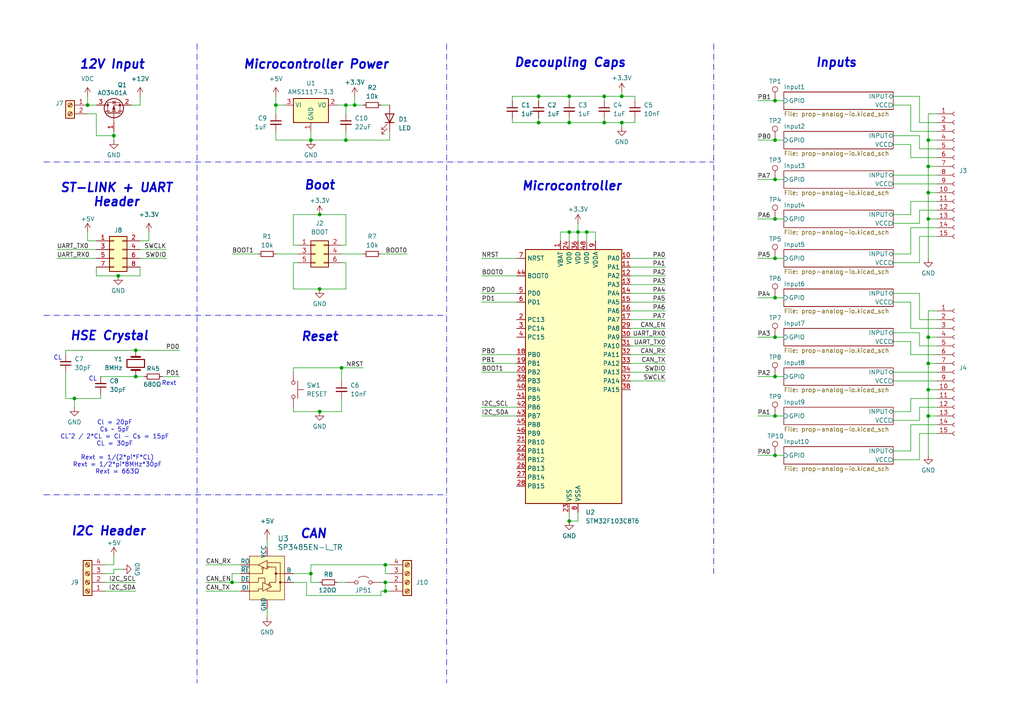
<source format=kicad_sch>
(kicad_sch (version 20231120) (generator "eeschema") (generator_version "8.0")
  (paper "A4")
  (junction (at 224.79 120.65))
  (junction (at 21.59 115.57))
  (junction (at 25.4 30.48))
  (junction (at 224.79 52.07))
  (junction (at 269.24 55.88))
  (junction (at 224.79 63.5))
  (junction (at 180.34 35.56))
  (junction (at 180.34 27.94))
  (junction (at 224.79 97.79))
  (junction (at 269.24 120.65))
  (junction (at 224.79 86.36))
  (junction (at 102.87 30.48))
  (junction (at 100.33 40.64))
  (junction (at 156.21 35.56))
  (junction (at 269.24 48.26))
  (junction (at 92.71 119.38))
  (junction (at 165.1 151.13))
  (junction (at 175.26 35.56))
  (junction (at 39.37 109.22))
  (junction (at 269.24 63.5))
  (junction (at 165.1 27.94))
  (junction (at 111.76 168.91))
  (junction (at 224.79 29.21))
  (junction (at 175.26 27.94))
  (junction (at 111.76 163.83))
  (junction (at 269.24 97.79))
  (junction (at 34.29 80.01))
  (junction (at 224.79 109.22))
  (junction (at 90.17 166.37))
  (junction (at 99.06 106.68))
  (junction (at 90.17 40.64))
  (junction (at 33.02 39.37))
  (junction (at 156.21 27.94))
  (junction (at 67.31 168.91))
  (junction (at 80.01 30.48))
  (junction (at 111.76 171.45))
  (junction (at 165.1 67.31))
  (junction (at 224.79 40.64))
  (junction (at 39.37 101.6))
  (junction (at 269.24 113.03))
  (junction (at 100.33 30.48))
  (junction (at 92.71 62.23))
  (junction (at 269.24 40.64))
  (junction (at 269.24 105.41))
  (junction (at 167.64 67.31))
  (junction (at 165.1 35.56))
  (junction (at 170.18 67.31))
  (junction (at 92.71 83.82))
  (junction (at 224.79 74.93))
  (junction (at 224.79 132.08))
  (wire (pts (xy 175.26 27.94) (xy 180.34 27.94)))
  (wire (pts (xy 139.7 118.11) (xy 149.86 118.11)))
  (wire (pts (xy 266.7 60.96) (xy 271.78 60.96)))
  (wire (pts (xy 264.16 66.04) (xy 271.78 66.04)))
  (wire (pts (xy 167.64 148.59) (xy 167.64 151.13)))
  (wire (pts (xy 259.08 110.49) (xy 271.78 110.49)))
  (wire (pts (xy 102.87 27.94) (xy 102.87 30.48)))
  (wire (pts (xy 182.88 82.55) (xy 193.04 82.55)))
  (wire (pts (xy 99.06 71.12) (xy 100.33 71.12)))
  (wire (pts (xy 92.71 62.23) (xy 85.09 62.23)))
  (wire (pts (xy 180.34 27.94) (xy 180.34 26.67)))
  (wire (pts (xy 264.16 102.87) (xy 271.78 102.87)))
  (wire (pts (xy 111.76 168.91) (xy 113.03 168.91)))
  (wire (pts (xy 77.47 176.53) (xy 77.47 179.07)))
  (wire (pts (xy 110.49 172.72) (xy 110.49 171.45)))
  (wire (pts (xy 167.64 67.31) (xy 167.64 69.85)))
  (wire (pts (xy 184.15 34.29) (xy 184.15 35.56)))
  (wire (pts (xy 266.7 133.35) (xy 266.7 125.73)))
  (wire (pts (xy 182.88 110.49) (xy 193.04 110.49)))
  (wire (pts (xy 259.08 30.48) (xy 264.16 30.48)))
  (wire (pts (xy 224.79 120.65) (xy 219.71 120.65)))
  (wire (pts (xy 182.88 107.95) (xy 193.04 107.95)))
  (wire (pts (xy 67.31 168.91) (xy 69.85 168.91)))
  (wire (pts (xy 165.1 67.31) (xy 167.64 67.31)))
  (polyline (pts (xy 12.7 46.99) (xy 207.01 46.99)) (stroke (width 0) (type dash_dot)))
  (wire (pts (xy 33.02 166.37) (xy 33.02 165.1)))
  (wire (pts (xy 259.08 130.81) (xy 264.16 130.81)))
  (wire (pts (xy 85.09 71.12) (xy 85.09 62.23)))
  (wire (pts (xy 97.79 30.48) (xy 100.33 30.48)))
  (wire (pts (xy 85.09 106.68) (xy 85.09 107.95)))
  (wire (pts (xy 224.79 86.36) (xy 219.71 86.36)))
  (wire (pts (xy 271.78 105.41) (xy 269.24 105.41)))
  (wire (pts (xy 25.4 27.94) (xy 25.4 30.48)))
  (wire (pts (xy 269.24 105.41) (xy 269.24 113.03)))
  (wire (pts (xy 27.94 33.02) (xy 27.94 39.37)))
  (wire (pts (xy 259.08 87.63) (xy 264.16 87.63)))
  (wire (pts (xy 33.02 39.37) (xy 33.02 40.64)))
  (wire (pts (xy 269.24 120.65) (xy 269.24 132.08)))
  (wire (pts (xy 90.17 38.1) (xy 90.17 40.64)))
  (wire (pts (xy 80.01 27.94) (xy 80.01 30.48)))
  (wire (pts (xy 175.26 34.29) (xy 175.26 35.56)))
  (wire (pts (xy 100.33 76.2) (xy 100.33 83.82)))
  (wire (pts (xy 224.79 63.5) (xy 219.71 63.5)))
  (wire (pts (xy 227.33 120.65) (xy 224.79 120.65)))
  (wire (pts (xy 16.51 74.93) (xy 27.94 74.93)))
  (wire (pts (xy 111.76 163.83) (xy 111.76 166.37)))
  (wire (pts (xy 227.33 52.07) (xy 224.79 52.07)))
  (wire (pts (xy 111.76 171.45) (xy 110.49 171.45)))
  (wire (pts (xy 227.33 63.5) (xy 224.79 63.5)))
  (wire (pts (xy 182.88 77.47) (xy 193.04 77.47)))
  (wire (pts (xy 80.01 30.48) (xy 80.01 33.02)))
  (wire (pts (xy 264.16 123.19) (xy 271.78 123.19)))
  (wire (pts (xy 184.15 27.94) (xy 180.34 27.94)))
  (wire (pts (xy 33.02 163.83) (xy 33.02 161.29)))
  (wire (pts (xy 266.7 64.77) (xy 259.08 64.77)))
  (wire (pts (xy 148.59 34.29) (xy 148.59 35.56)))
  (wire (pts (xy 67.31 73.66) (xy 74.93 73.66)))
  (wire (pts (xy 264.16 73.66) (xy 264.16 66.04)))
  (wire (pts (xy 266.7 60.96) (xy 266.7 64.77)))
  (wire (pts (xy 139.7 80.01) (xy 149.86 80.01)))
  (wire (pts (xy 259.08 99.06) (xy 264.16 99.06)))
  (wire (pts (xy 156.21 27.94) (xy 148.59 27.94)))
  (wire (pts (xy 184.15 35.56) (xy 180.34 35.56)))
  (wire (pts (xy 224.79 52.07) (xy 219.71 52.07)))
  (wire (pts (xy 266.7 43.18) (xy 271.78 43.18)))
  (wire (pts (xy 170.18 69.85) (xy 170.18 67.31)))
  (wire (pts (xy 264.16 115.57) (xy 271.78 115.57)))
  (wire (pts (xy 88.9 172.72) (xy 110.49 172.72)))
  (wire (pts (xy 34.29 80.01) (xy 40.64 80.01)))
  (wire (pts (xy 100.33 62.23) (xy 92.71 62.23)))
  (wire (pts (xy 113.03 38.1) (xy 113.03 40.64)))
  (polyline (pts (xy 12.7 91.44) (xy 129.54 91.44)) (stroke (width 0) (type dash_dot)))
  (wire (pts (xy 27.94 77.47) (xy 27.94 80.01)))
  (wire (pts (xy 162.56 67.31) (xy 165.1 67.31)))
  (wire (pts (xy 165.1 27.94) (xy 156.21 27.94)))
  (wire (pts (xy 271.78 90.17) (xy 269.24 90.17)))
  (wire (pts (xy 39.37 109.22) (xy 41.91 109.22)))
  (wire (pts (xy 39.37 101.6) (xy 52.07 101.6)))
  (wire (pts (xy 269.24 90.17) (xy 269.24 97.79)))
  (wire (pts (xy 102.87 30.48) (xy 100.33 30.48)))
  (wire (pts (xy 85.09 83.82) (xy 92.71 83.82)))
  (wire (pts (xy 227.33 97.79) (xy 224.79 97.79)))
  (wire (pts (xy 88.9 168.91) (xy 88.9 172.72)))
  (wire (pts (xy 180.34 35.56) (xy 180.34 36.83)))
  (wire (pts (xy 266.7 96.52) (xy 266.7 100.33)))
  (wire (pts (xy 59.69 171.45) (xy 69.85 171.45)))
  (wire (pts (xy 29.21 114.3) (xy 29.21 115.57)))
  (wire (pts (xy 227.33 40.64) (xy 224.79 40.64)))
  (wire (pts (xy 165.1 148.59) (xy 165.1 151.13)))
  (wire (pts (xy 271.78 120.65) (xy 269.24 120.65)))
  (wire (pts (xy 59.69 168.91) (xy 67.31 168.91)))
  (wire (pts (xy 85.09 76.2) (xy 85.09 83.82)))
  (wire (pts (xy 259.08 73.66) (xy 264.16 73.66)))
  (wire (pts (xy 266.7 118.11) (xy 271.78 118.11)))
  (wire (pts (xy 266.7 125.73) (xy 271.78 125.73)))
  (wire (pts (xy 148.59 27.94) (xy 148.59 29.21)))
  (wire (pts (xy 77.47 156.21) (xy 77.47 158.75)))
  (wire (pts (xy 264.16 30.48) (xy 264.16 38.1)))
  (wire (pts (xy 182.88 95.25) (xy 193.04 95.25)))
  (wire (pts (xy 111.76 168.91) (xy 111.76 171.45)))
  (wire (pts (xy 271.78 33.02) (xy 269.24 33.02)))
  (wire (pts (xy 227.33 132.08) (xy 224.79 132.08)))
  (wire (pts (xy 259.08 39.37) (xy 266.7 39.37)))
  (wire (pts (xy 266.7 85.09) (xy 266.7 92.71)))
  (wire (pts (xy 182.88 105.41) (xy 193.04 105.41)))
  (wire (pts (xy 182.88 100.33) (xy 193.04 100.33)))
  (wire (pts (xy 266.7 76.2) (xy 266.7 68.58)))
  (wire (pts (xy 92.71 168.91) (xy 90.17 168.91)))
  (wire (pts (xy 25.4 30.48) (xy 27.94 30.48)))
  (wire (pts (xy 19.05 115.57) (xy 21.59 115.57)))
  (wire (pts (xy 19.05 101.6) (xy 19.05 102.87)))
  (wire (pts (xy 38.1 30.48) (xy 40.64 30.48)))
  (wire (pts (xy 266.7 121.92) (xy 266.7 118.11)))
  (wire (pts (xy 111.76 166.37) (xy 113.03 166.37)))
  (wire (pts (xy 182.88 74.93) (xy 193.04 74.93)))
  (polyline (pts (xy 129.54 12.7) (xy 129.54 198.12)) (stroke (width 0) (type dash_dot)))
  (wire (pts (xy 259.08 85.09) (xy 266.7 85.09)))
  (wire (pts (xy 82.55 30.48) (xy 80.01 30.48)))
  (wire (pts (xy 259.08 53.34) (xy 271.78 53.34)))
  (wire (pts (xy 99.06 110.49) (xy 99.06 106.68)))
  (wire (pts (xy 110.49 168.91) (xy 111.76 168.91)))
  (wire (pts (xy 139.7 120.65) (xy 149.86 120.65)))
  (wire (pts (xy 227.33 109.22) (xy 224.79 109.22)))
  (wire (pts (xy 16.51 72.39) (xy 27.94 72.39)))
  (wire (pts (xy 266.7 68.58) (xy 271.78 68.58)))
  (wire (pts (xy 224.79 29.21) (xy 227.33 29.21)))
  (wire (pts (xy 139.7 107.95) (xy 149.86 107.95)))
  (wire (pts (xy 259.08 96.52) (xy 266.7 96.52)))
  (wire (pts (xy 30.48 163.83) (xy 33.02 163.83)))
  (wire (pts (xy 172.72 69.85) (xy 172.72 67.31)))
  (wire (pts (xy 139.7 102.87) (xy 149.86 102.87)))
  (wire (pts (xy 219.71 29.21) (xy 224.79 29.21)))
  (wire (pts (xy 266.7 100.33) (xy 271.78 100.33)))
  (wire (pts (xy 259.08 121.92) (xy 266.7 121.92)))
  (wire (pts (xy 21.59 115.57) (xy 21.59 118.11)))
  (wire (pts (xy 269.24 48.26) (xy 271.78 48.26)))
  (wire (pts (xy 25.4 69.85) (xy 27.94 69.85)))
  (wire (pts (xy 85.09 119.38) (xy 92.71 119.38)))
  (wire (pts (xy 269.24 97.79) (xy 269.24 105.41)))
  (wire (pts (xy 266.7 27.94) (xy 259.08 27.94)))
  (wire (pts (xy 111.76 171.45) (xy 113.03 171.45)))
  (wire (pts (xy 27.94 39.37) (xy 33.02 39.37)))
  (wire (pts (xy 175.26 35.56) (xy 180.34 35.56)))
  (wire (pts (xy 33.02 38.1) (xy 33.02 39.37)))
  (wire (pts (xy 85.09 118.11) (xy 85.09 119.38)))
  (wire (pts (xy 100.33 38.1) (xy 100.33 40.64)))
  (wire (pts (xy 113.03 30.48) (xy 110.49 30.48)))
  (wire (pts (xy 99.06 106.68) (xy 85.09 106.68)))
  (wire (pts (xy 99.06 106.68) (xy 105.41 106.68)))
  (wire (pts (xy 25.4 33.02) (xy 27.94 33.02)))
  (wire (pts (xy 148.59 35.56) (xy 156.21 35.56)))
  (wire (pts (xy 167.64 151.13) (xy 165.1 151.13)))
  (wire (pts (xy 266.7 35.56) (xy 271.78 35.56)))
  (wire (pts (xy 264.16 99.06) (xy 264.16 102.87)))
  (wire (pts (xy 182.88 102.87) (xy 193.04 102.87)))
  (wire (pts (xy 165.1 27.94) (xy 165.1 29.21)))
  (wire (pts (xy 269.24 48.26) (xy 269.24 55.88)))
  (wire (pts (xy 19.05 107.95) (xy 19.05 115.57)))
  (wire (pts (xy 85.09 168.91) (xy 88.9 168.91)))
  (wire (pts (xy 85.09 166.37) (xy 90.17 166.37)))
  (wire (pts (xy 33.02 165.1) (xy 35.56 165.1)))
  (wire (pts (xy 269.24 63.5) (xy 271.78 63.5)))
  (wire (pts (xy 29.21 115.57) (xy 21.59 115.57)))
  (wire (pts (xy 264.16 62.23) (xy 264.16 58.42)))
  (wire (pts (xy 86.36 76.2) (xy 85.09 76.2)))
  (wire (pts (xy 264.16 41.91) (xy 264.16 45.72)))
  (wire (pts (xy 172.72 67.31) (xy 170.18 67.31)))
  (wire (pts (xy 175.26 27.94) (xy 165.1 27.94)))
  (wire (pts (xy 227.33 86.36) (xy 224.79 86.36)))
  (wire (pts (xy 271.78 113.03) (xy 269.24 113.03)))
  (wire (pts (xy 264.16 58.42) (xy 271.78 58.42)))
  (wire (pts (xy 46.99 109.22) (xy 52.07 109.22)))
  (wire (pts (xy 259.08 50.8) (xy 271.78 50.8)))
  (wire (pts (xy 40.64 77.47) (xy 40.64 80.01)))
  (wire (pts (xy 86.36 71.12) (xy 85.09 71.12)))
  (wire (pts (xy 182.88 97.79) (xy 193.04 97.79)))
  (wire (pts (xy 156.21 27.94) (xy 156.21 29.21)))
  (wire (pts (xy 264.16 45.72) (xy 271.78 45.72)))
  (wire (pts (xy 266.7 39.37) (xy 266.7 43.18)))
  (wire (pts (xy 175.26 29.21) (xy 175.26 27.94)))
  (wire (pts (xy 170.18 67.31) (xy 167.64 67.31)))
  (wire (pts (xy 30.48 166.37) (xy 33.02 166.37)))
  (wire (pts (xy 182.88 87.63) (xy 193.04 87.63)))
  (wire (pts (xy 224.79 74.93) (xy 219.71 74.93)))
  (wire (pts (xy 259.08 76.2) (xy 266.7 76.2)))
  (wire (pts (xy 264.16 95.25) (xy 271.78 95.25)))
  (wire (pts (xy 259.08 119.38) (xy 264.16 119.38)))
  (wire (pts (xy 69.85 166.37) (xy 67.31 166.37)))
  (wire (pts (xy 139.7 105.41) (xy 149.86 105.41)))
  (wire (pts (xy 48.26 72.39) (xy 40.64 72.39)))
  (wire (pts (xy 29.21 109.22) (xy 39.37 109.22)))
  (wire (pts (xy 113.03 40.64) (xy 100.33 40.64)))
  (wire (pts (xy 269.24 113.03) (xy 269.24 120.65)))
  (wire (pts (xy 182.88 85.09) (xy 193.04 85.09)))
  (wire (pts (xy 259.08 133.35) (xy 266.7 133.35)))
  (wire (pts (xy 269.24 40.64) (xy 269.24 48.26)))
  (wire (pts (xy 99.06 115.57) (xy 99.06 119.38)))
  (wire (pts (xy 48.26 74.93) (xy 40.64 74.93)))
  (wire (pts (xy 266.7 92.71) (xy 271.78 92.71)))
  (wire (pts (xy 227.33 74.93) (xy 224.79 74.93)))
  (wire (pts (xy 25.4 69.85) (xy 25.4 67.31)))
  (wire (pts (xy 224.79 97.79) (xy 219.71 97.79)))
  (wire (pts (xy 269.24 55.88) (xy 269.24 63.5)))
  (wire (pts (xy 27.94 80.01) (xy 34.29 80.01)))
  (wire (pts (xy 90.17 166.37) (xy 90.17 163.83)))
  (wire (pts (xy 264.16 130.81) (xy 264.16 123.19)))
  (wire (pts (xy 224.79 109.22) (xy 219.71 109.22)))
  (wire (pts (xy 59.69 163.83) (xy 69.85 163.83)))
  (wire (pts (xy 162.56 69.85) (xy 162.56 67.31)))
  (wire (pts (xy 99.06 119.38) (xy 92.71 119.38)))
  (wire (pts (xy 90.17 168.91) (xy 90.17 166.37)))
  (wire (pts (xy 67.31 166.37) (xy 67.31 168.91)))
  (wire (pts (xy 269.24 55.88) (xy 271.78 55.88)))
  (wire (pts (xy 269.24 63.5) (xy 269.24 74.93)))
  (wire (pts (xy 266.7 27.94) (xy 266.7 35.56)))
  (wire (pts (xy 102.87 30.48) (xy 105.41 30.48)))
  (wire (pts (xy 182.88 92.71) (xy 193.04 92.71)))
  (wire (pts (xy 110.49 73.66) (xy 118.11 73.66)))
  (wire (pts (xy 40.64 69.85) (xy 43.18 69.85)))
  (polyline (pts (xy 207.01 12.7) (xy 207.01 166.37)) (stroke (width 0) (type dash_dot)))
  (wire (pts (xy 224.79 40.64) (xy 219.71 40.64)))
  (wire (pts (xy 90.17 163.83) (xy 111.76 163.83)))
  (wire (pts (xy 224.79 132.08) (xy 219.71 132.08)))
  (wire (pts (xy 99.06 73.66) (xy 105.41 73.66)))
  (wire (pts (xy 259.08 41.91) (xy 264.16 41.91)))
  (polyline (pts (xy 12.7 143.51) (xy 129.54 143.51)) (stroke (width 0) (type dash_dot)))
  (wire (pts (xy 165.1 35.56) (xy 175.26 35.56)))
  (wire (pts (xy 264.16 87.63) (xy 264.16 95.25)))
  (wire (pts (xy 184.15 29.21) (xy 184.15 27.94)))
  (wire (pts (xy 40.64 30.48) (xy 40.64 27.94)))
  (wire (pts (xy 43.18 69.85) (xy 43.18 67.31)))
  (wire (pts (xy 182.88 90.17) (xy 193.04 90.17)))
  (wire (pts (xy 156.21 34.29) (xy 156.21 35.56)))
  (wire (pts (xy 167.64 67.31) (xy 167.64 64.77)))
  (wire (pts (xy 264.16 38.1) (xy 271.78 38.1)))
  (wire (pts (xy 271.78 97.79) (xy 269.24 97.79)))
  (wire (pts (xy 80.01 40.64) (xy 90.17 40.64)))
  (wire (pts (xy 259.08 107.95) (xy 271.78 107.95)))
  (wire (pts (xy 182.88 80.01) (xy 193.04 80.01)))
  (wire (pts (xy 139.7 85.09) (xy 149.86 85.09)))
  (wire (pts (xy 100.33 40.64) (xy 90.17 40.64)))
  (wire (pts (xy 80.01 73.66) (xy 86.36 73.66)))
  (wire (pts (xy 30.48 168.91) (xy 39.37 168.91)))
  (wire (pts (xy 165.1 69.85) (xy 165.1 67.31)))
  (wire (pts (xy 80.01 38.1) (xy 80.01 40.64)))
  (polyline (pts (xy 57.15 12.7) (xy 57.15 198.12)) (stroke (width 0) (type dash_dot)))
  (wire (pts (xy 269.24 33.02) (xy 269.24 40.64)))
  (wire (pts (xy 269.24 40.64) (xy 271.78 40.64)))
  (wire (pts (xy 30.48 171.45) (xy 39.37 171.45)))
  (wire (pts (xy 100.33 76.2) (xy 99.06 76.2)))
  (wire (pts (xy 97.79 168.91) (xy 100.33 168.91)))
  (wire (pts (xy 100.33 30.48) (xy 100.33 33.02)))
  (wire (pts (xy 139.7 87.63) (xy 149.86 87.63)))
  (wire (pts (xy 259.08 62.23) (xy 264.16 62.23)))
  (wire (pts (xy 156.21 35.56) (xy 165.1 35.56)))
  (wire (pts (xy 264.16 119.38) (xy 264.16 115.57)))
  (wire (pts (xy 39.37 101.6) (xy 19.05 101.6)))
  (wire (pts (xy 100.33 71.12) (xy 100.33 62.23)))
  (wire (pts (xy 100.33 83.82) (xy 92.71 83.82)))
  (wire (pts (xy 139.7 74.93) (xy 149.86 74.93)))
  (wire (pts (xy 165.1 34.29) (xy 165.1 35.56)))
  (wire (pts (xy 111.76 163.83) (xy 113.03 163.83)))
  (text "CAN" (at 90.932 154.94 0) (effects (font (size 2.54 2.54) (thickness 0.508) (bold yes) (italic yes))))
  (text "HSE Crystal" (at 31.75 97.536 0) (effects (font (size 2.54 2.54) (thickness 0.508) (bold yes) (italic yes))))
  (text "Boot" (at 92.71 53.848 0) (effects (font (size 2.54 2.54) (thickness 0.508) (bold yes) (italic yes))))
  (text "Cl = 20pF\nCs ~ 5pF\nCL^2 / 2*CL = Cl - Cs = 15pF\nCL = 30pF" (at 33.274 125.73 0) (effects (font (size 1.27 1.27))))
  (text "CL" (at 26.924 109.982 0) (effects (font (size 1.27 1.27))))
  (text "Rext" (at 49.022 111.252 0) (effects (font (size 1.27 1.27))))
  (text "CL" (at 16.764 103.886 0) (effects (font (size 1.27 1.27))))
  (text "12V Input" (at 32.512 18.796 0) (effects (font (size 2.54 2.54) (thickness 0.508) (bold yes) (italic yes))))
  (text "Inputs" (at 242.57 18.288 0) (effects (font (size 2.54 2.54) (thickness 0.508) (bold yes) (italic yes))))
  (text "ST-LINK + UART\nHeader" (at 33.782 56.642 0) (effects (font (size 2.54 2.54) (thickness 0.508) (bold yes) (italic yes))))
  (text "Microcontroller" (at 165.862 54.102 0) (effects (font (size 2.54 2.54) (thickness 0.508) (bold yes) (italic yes))))
  (text "Reset" (at 92.71 97.79 0) (effects (font (size 2.54 2.54) (thickness 0.508) (bold yes) (italic yes))))
  (text "I2C Header" (at 31.496 154.178 0) (effects (font (size 2.54 2.54) (thickness 0.508) (bold yes) (italic yes))))
  (text "Microcontroller Power" (at 91.694 18.796 0) (effects (font (size 2.54 2.54) (thickness 0.508) (bold yes) (italic yes))))
  (text "Decoupling Caps" (at 165.354 18.288 0) (effects (font (size 2.54 2.54) (thickness 0.508) (bold yes) (italic yes))))
  (text "Rext = 1/(2*pi*F*CL)\nRext = 1/2*pi*8MHz*30pF\nRext = 663Ω" (at 34.036 134.874 0) (effects (font (size 1.27 1.27))))
  (label "I2C_SCL" (at 139.7 118.11 0))
  (label "UART_TX0" (at 16.51 72.39 0))
  (label "PB1" (at 219.71 29.21 0))
  (label "SWCLK" (at 48.26 72.39 180))
  (label "PA7" (at 219.71 52.07 0))
  (label "PA6" (at 219.71 63.5 0))
  (label "I2C_SCL" (at 39.37 168.91 180))
  (label "PA2" (at 193.04 80.01 180))
  (label "CAN_TX" (at 59.69 171.45 0))
  (label "CAN_TX" (at 193.04 105.41 180))
  (label "BOOT0" (at 118.11 73.66 180))
  (label "SWDIO" (at 48.26 74.93 180))
  (label "PA0" (at 193.04 74.93 180))
  (label "I2C_SDA" (at 39.37 171.45 180))
  (label "PB1" (at 139.7 105.41 0))
  (label "PA6" (at 193.04 90.17 180))
  (label "NRST" (at 139.7 74.93 0))
  (label "PB0" (at 139.7 102.87 0))
  (label "CAN_EN" (at 193.04 95.25 180))
  (label "BOOT1" (at 139.7 107.95 0))
  (label "PA5" (at 219.71 74.93 0))
  (label "PA1" (at 219.71 120.65 0))
  (label "NRST" (at 105.41 106.68 180))
  (label "UART_RX0" (at 16.51 74.93 0))
  (label "PA5" (at 193.04 87.63 180))
  (label "PD0" (at 52.07 101.6 180))
  (label "UART_RX0" (at 193.04 97.79 180))
  (label "PA1" (at 193.04 77.47 180))
  (label "PD1" (at 139.7 87.63 0))
  (label "SWCLK" (at 193.04 110.49 180))
  (label "PD0" (at 139.7 85.09 0))
  (label "PA2" (at 219.71 109.22 0))
  (label "PA4" (at 193.04 85.09 180))
  (label "PA7" (at 193.04 92.71 180))
  (label "CAN_RX" (at 59.69 163.83 0))
  (label "PA4" (at 219.71 86.36 0))
  (label "PA0" (at 219.71 132.08 0))
  (label "I2C_SDA" (at 139.7 120.65 0))
  (label "PA3" (at 219.71 97.79 0))
  (label "CAN_RX" (at 193.04 102.87 180))
  (label "BOOT1" (at 67.31 73.66 0))
  (label "SWDIO" (at 193.04 107.95 180))
  (label "UART_TX0" (at 193.04 100.33 180))
  (label "PD1" (at 52.07 109.22 180))
  (label "CAN_EN" (at 59.69 168.91 0))
  (label "PB0" (at 219.71 40.64 0))
  (label "PA3" (at 193.04 82.55 180))
  (label "BOOT0" (at 139.7 80.01 0))
  (symbol (lib_id "Device:C_Small") (at 19.05 105.41 180) (unit 1)
    (property "Reference" "C7" (at 21.59 104.1335 0) (effects (justify right)))
    (property "Value" "30pF" (at 21.59 106.6735 0) (effects (justify right)))
    (property "Footprint" "Capacitor_SMD:C_0603_1608Metric" (effects (hide yes)))
    (property "Datasheet" "https://wmsc.lcsc.com/wmsc/upload/file/pdf/v2/lcsc/2304140030_FH--Guangdong-Fenghua-Advanced-Tech-0603CG300J500NT_C1658.pdf" (effects (hide yes)))
    (property "Description" "50V 30pF C0G ±5% 0603 Multilayer Ceramic Capacitors MLCC - SMD/SMT ROHS" (effects (hide yes)))
    (property "JLCPCB" "C1658" (effects (hide yes)))
  )
  (symbol (lib_id "power:VDC") (at 25.4 27.94 0) (unit 1)
    (property "Reference" "#PWR048" (effects (hide yes)))
    (property "Value" "VDC" (at 25.4 22.86 0))
    (property "Description" "Power symbol creates a global label with name \"VDC\"" (effects (hide yes)))
  )
  (symbol (lib_id "power:+3.3V") (at 180.34 26.67 0) (unit 1)
    (property "Reference" "#PWR02" (effects (hide yes)))
    (property "Value" "+3.3V" (at 180.34 22.606 0))
    (property "Description" "Power symbol creates a global label with name \"+3.3V\"" (effects (hide yes)))
  )
  (symbol (lib_id "power:GND") (at 35.56 165.1 90) (unit 1)
    (property "Reference" "#PWR052" (effects (hide yes)))
    (property "Value" "GND" (at 39.878 165.1 0))
    (property "Description" "Power symbol creates a global label with name \"GND\" , ground" (effects (hide yes)))
  )
  (symbol (lib_id "Device:C_Small") (at 175.26 31.75 0) (unit 1)
    (property "Reference" "C4" (at 177.8 30.4862 0) (effects (justify left)))
    (property "Value" "1uF" (at 177.8 33.0262 0) (effects (justify left)))
    (property "Footprint" "Capacitor_SMD:C_0402_1005Metric" (effects (hide yes)))
    (property "Datasheet" "https://wmsc.lcsc.com/wmsc/upload/file/pdf/v2/lcsc/2304140030_Samsung-Electro-Mechanics-CL05A105KA5NQNC_C52923.pdf" (effects (hide yes)))
    (property "Description" "25V 1uF X5R ±10% 0402 Multilayer Ceramic Capacitors MLCC - SMD/SMT ROHS" (effects (hide yes)))
    (property "JLCPCB" "C52923" (effects (hide yes)))
  )
  (symbol (lib_id "power:+5V") (at 33.02 161.29 0) (unit 1)
    (property "Reference" "#PWR051" (effects (hide yes)))
    (property "Value" "+5V" (at 33.02 157.48 0))
    (property "Description" "Power symbol creates a global label with name \"+5V\"" (effects (hide yes)))
  )
  (symbol (lib_id "dk_Interface-Drivers-Receivers-Transceivers:SP3485EN-L_TR") (at 77.47 161.29 0) (unit 1)
    (property "Reference" "U3" (at 80.4865 156.21 0) (effects (font (size 1.524 1.524)) (justify left)))
    (property "Value" "SP3485EN-L_TR" (at 80.4865 158.75 0) (effects (font (size 1.524 1.524)) (justify left)))
    (property "Footprint" "digikey-footprints:SOIC-8_W3.9mm" (effects (hide yes)))
    (property "Datasheet" "https://www.mouser.com/datasheet/2/146/sp3485-1816391.pdf" (effects (hide yes)))
    (property "Description" "IC TXRX RS485 HALF DUPLEX 8SOIC" (effects (hide yes)))
    (property "Digi-Key_PN" "1016-1817-1-ND" (effects (hide yes)))
    (property "MPN" "SP3485EN-L/TR" (effects (hide yes)))
    (property "Category" "Integrated Circuits (ICs)" (effects (hide yes)))
    (property "Family" "Interface - Drivers, Receivers, Transceivers" (effects (hide yes)))
    (property "DK_Datasheet_Link" "https://www.maxlinear.com/document?id=639" (effects (hide yes)))
    (property "DK_Detail_Page" "/product-detail/en/maxlinear-inc/SP3485EN-L-TR/1016-1817-1-ND/3586534" (effects (hide yes)))
    (property "Description_1" "IC TXRX RS485 HALF DUPLEX 8SOIC" (effects (hide yes)))
    (property "Manufacturer" "MaxLinear, Inc." (effects (hide yes)))
    (property "Status" "Active" (effects (hide yes)))
    (property "JLCPCB" "C8963" (effects (hide yes)))
  )
  (symbol (lib_id "Regulator_Linear:AMS1117-3.3") (at 90.17 30.48 0) (unit 1)
    (property "Reference" "U1" (at 90.17 24.13 0))
    (property "Value" "AMS1117-3.3" (at 90.17 26.67 0))
    (property "Footprint" "Package_TO_SOT_SMD:SOT-223-3_TabPin2" (effects (hide yes)))
    (property "Datasheet" "http://www.advanced-monolithic.com/pdf/ds1117.pdf" (effects (hide yes)))
    (property "Description" "1A Low Dropout regulator, positive, 3.3V fixed output, SOT-223" (effects (hide yes)))
    (property "JLCPCB" "C6186" (effects (hide yes)))
  )
  (symbol (lib_id "Device:R_Small") (at 107.95 30.48 90) (mirror x) (unit 1)
    (property "Reference" "R2" (at 107.95 25.4 90))
    (property "Value" "10k" (at 107.95 27.94 90))
    (property "Footprint" "Resistor_SMD:R_0603_1608Metric" (effects (hide yes)))
    (property "Datasheet" "https://wmsc.lcsc.com/wmsc/upload/file/pdf/v2/lcsc/2206010045_UNI-ROYAL-Uniroyal-Elec-0603WAF1002T5E_C25804.pdf" (effects (hide yes)))
    (property "Description" "100mW Thick Film Resistors 75V ±100ppm/℃ ±1% 10kΩ 0603 Chip Resistor - Surface Mount ROHS" (effects (hide yes)))
    (property "JLCPCB" "C25804" (effects (hide yes)))
  )
  (symbol (lib_id "power:+3.3V") (at 167.64 64.77 0) (unit 1)
    (property "Reference" "#PWR03" (effects (hide yes)))
    (property "Value" "+3.3V" (at 167.64 60.706 0))
    (property "Description" "Power symbol creates a global label with name \"+3.3V\"" (effects (hide yes)))
  )
  (symbol (lib_id "Connector:TestPoint") (at 224.79 86.36 0) (unit 1) (in_bom no)
    (property "Reference" "TP6" (at 223.012 80.772 0) (effects (justify left)))
    (property "Value" "TestPoint" (effects (hide yes)))
    (property "Footprint" "TestPoint:TestPoint_Pad_1.0x1.0mm" (effects (hide yes)))
    (property "Description" "test point" (effects (hide yes)))
  )
  (symbol (lib_id "Device:R_Small") (at 95.25 168.91 270) (unit 1)
    (property "Reference" "R8" (at 95.25 166.624 90))
    (property "Value" "120Ω" (at 94.996 171.196 90))
    (property "Footprint" "Resistor_SMD:R_0402_1005Metric" (effects (hide yes)))
    (property "Datasheet" "https://wmsc.lcsc.com/wmsc/upload/file/pdf/v2/lcsc/2205311900_UNI-ROYAL-Uniroyal-Elec-0402WGF1200TCE_C25079.pdf" (effects (hide yes)))
    (property "Description" "62.5mW Thick Film Resistors 50V ±100ppm/℃ ±1% 120Ω 0402 Chip Resistor - Surface Mount ROHS" (effects (hide yes)))
    (property "JLCPCB" "C25079" (effects (hide yes)))
  )
  (symbol (lib_id "power:+12V") (at 40.64 27.94 0) (unit 1)
    (property "Reference" "#PWR047" (effects (hide yes)))
    (property "Value" "+12V" (at 40.64 22.86 0))
    (property "Description" "Power symbol creates a global label with name \"+12V\"" (effects (hide yes)))
  )
  (symbol (lib_id "Device:Crystal") (at 39.37 105.41 270) (mirror x) (unit 1)
    (property "Reference" "Y1" (at 35.56 104.1399 90) (effects (justify right)))
    (property "Value" "8MHz" (at 35.56 106.6799 90) (effects (justify right)))
    (property "Footprint" "footprints:CRYSTAL-SMD_L5.0-W3.2" (effects (hide yes)))
    (property "Datasheet" "https://wmsc.lcsc.com/wmsc/upload/file/pdf/v2/lcsc/2403291504_YXC-X50328MSB2GI_C115962.pdf" (effects (hide yes)))
    (property "Description" "8MHz Surface mount crystal oscillator 20pF ±10ppm ±20ppm SMD5032 Crystals ROHS" (effects (hide yes)))
    (property "JLCPCB" "C115962" (effects (hide yes)))
  )
  (symbol (lib_id "power:GND") (at 90.17 40.64 0) (unit 1)
    (property "Reference" "#PWR013" (effects (hide yes)))
    (property "Value" "GND" (at 90.17 44.958 0))
    (property "Description" "Power symbol creates a global label with name \"GND\" , ground" (effects (hide yes)))
  )
  (symbol (lib_id "Device:C_Small") (at 148.59 31.75 0) (unit 1)
    (property "Reference" "C1" (at 151.13 30.4862 0) (effects (justify left)))
    (property "Value" "1uF" (at 151.13 33.0262 0) (effects (justify left)))
    (property "Footprint" "Capacitor_SMD:C_0402_1005Metric" (effects (hide yes)))
    (property "Datasheet" "https://wmsc.lcsc.com/wmsc/upload/file/pdf/v2/lcsc/2304140030_Samsung-Electro-Mechanics-CL05A105KA5NQNC_C52923.pdf" (effects (hide yes)))
    (property "Description" "25V 1uF X5R ±10% 0402 Multilayer Ceramic Capacitors MLCC - SMD/SMT ROHS" (effects (hide yes)))
    (property "JLCPCB" "C52923" (effects (hide yes)))
  )
  (symbol (lib_id "Device:C_Small") (at 156.21 31.75 0) (unit 1)
    (property "Reference" "C2" (at 158.75 30.4862 0) (effects (justify left)))
    (property "Value" "1uF" (at 158.75 33.0262 0) (effects (justify left)))
    (property "Footprint" "Capacitor_SMD:C_0402_1005Metric" (effects (hide yes)))
    (property "Datasheet" "https://wmsc.lcsc.com/wmsc/upload/file/pdf/v2/lcsc/2304140030_Samsung-Electro-Mechanics-CL05A105KA5NQNC_C52923.pdf" (effects (hide yes)))
    (property "Description" "25V 1uF X5R ±10% 0402 Multilayer Ceramic Capacitors MLCC - SMD/SMT ROHS" (effects (hide yes)))
    (property "JLCPCB" "C52923" (effects (hide yes)))
  )
  (symbol (lib_id "Connector:TestPoint") (at 224.79 52.07 0) (unit 1) (in_bom no)
    (property "Reference" "TP3" (at 223.012 46.482 0) (effects (justify left)))
    (property "Value" "TestPoint" (effects (hide yes)))
    (property "Footprint" "TestPoint:TestPoint_Pad_1.0x1.0mm" (effects (hide yes)))
    (property "Description" "test point" (effects (hide yes)))
  )
  (symbol (lib_id "Device:LED") (at 113.03 34.29 270) (mirror x) (unit 1)
    (property "Reference" "D1" (at 115.57 34.6074 90) (effects (justify left)))
    (property "Value" "LED" (at 115.57 37.1474 90) (effects (justify left)))
    (property "Footprint" "LED_SMD:LED_0603_1608Metric" (effects (hide yes)))
    (property "Datasheet" "https://wmsc.lcsc.com/wmsc/upload/file/pdf/v2/lcsc/1810231112_Hubei-KENTO-Elec-KT-0603R_C2286.pdf" (effects (hide yes)))
    (property "Description" "-40℃~+85℃ Red 0603 Light Emitting Diodes (LED) ROHS" (effects (hide yes)))
    (property "JLCPCB" "C2286" (effects (hide yes)))
  )
  (symbol (lib_id "Laplacier-Connectors:691137710002") (at 20.32 30.48 0) (mirror y) (unit 1) (in_bom no)
    (property "Reference" "J7" (at 17.272 29.972 0))
    (property "Value" "XY301V-A-5.0-2P" (effects (hide yes)))
    (property "Footprint" "footprints:TerminalBlock_Wuerth_691137710002_P5.0mm" (effects (hide yes)))
    (property "Datasheet" "https://wmsc.lcsc.com/wmsc/upload/file/pdf/v2/lcsc/2304140030_Ningbo-Xinlaiya-Elec--XY301V-A-5-0-2P_C557651.pdf" (effects (hide yes)))
    (property "Description" "1x2P 15A 300V Blue 14~22 Straight 5mm 1.5 1 2 Plugin,P=5mm Screw terminal ROHS" (effects (hide yes)))
    (property "JLCPCB" "C557651" (effects (hide yes)))
    (property "Manufacturer" "Ningbo Xinlaiya Elec." (effects (hide yes)))
    (property "Part" "XY301V-A-5.0-2P" (effects (hide yes)))
  )
  (symbol (lib_id "Connector:TestPoint") (at 224.79 132.08 0) (unit 1) (in_bom no)
    (property "Reference" "TP10" (at 222.504 126.492 0) (effects (justify left)))
    (property "Value" "TestPoint" (effects (hide yes)))
    (property "Footprint" "TestPoint:TestPoint_Pad_1.0x1.0mm" (effects (hide yes)))
    (property "Description" "test point" (effects (hide yes)))
  )
  (symbol (lib_id "Connector:TestPoint") (at 224.79 120.65 0) (unit 1) (in_bom no)
    (property "Reference" "TP9" (at 223.012 115.062 0) (effects (justify left)))
    (property "Value" "TestPoint" (effects (hide yes)))
    (property "Footprint" "TestPoint:TestPoint_Pad_1.0x1.0mm" (effects (hide yes)))
    (property "Description" "test point" (effects (hide yes)))
  )
  (symbol (lib_id "Device:C_Small") (at 99.06 113.03 0) (unit 1)
    (property "Reference" "C6" (at 101.6 111.7662 0) (effects (justify left)))
    (property "Value" "10nF" (at 101.6 114.3062 0) (effects (justify left)))
    (property "Footprint" "Capacitor_SMD:C_0402_1005Metric" (effects (hide yes)))
    (property "Datasheet" "https://wmsc.lcsc.com/wmsc/upload/file/pdf/v2/lcsc/2304140030_Samsung-Electro-Mechanics-CL05B103KB5NNNC_C15195.pdf" (effects (hide yes)))
    (property "Description" "50V 10nF X7R ±10% 0402 Multilayer Ceramic Capacitors MLCC - SMD/SMT ROHS" (effects (hide yes)))
    (property "JLCPCB" "C15195" (effects (hide yes)))
    (property "Manufacturer" "Samsung Electro-Mechanics" (effects (hide yes)))
  )
  (symbol (lib_id "Device:C_Small") (at 100.33 35.56 0) (unit 1)
    (property "Reference" "C10" (at 102.87 34.2962 0) (effects (justify left)))
    (property "Value" "22uF" (at 102.87 36.8362 0) (effects (justify left)))
    (property "Footprint" "Capacitor_SMD:C_1206_3216Metric" (effects (hide yes)))
    (property "Datasheet" "https://wmsc.lcsc.com/wmsc/upload/file/pdf/v2/lcsc/2304140030_Samsung-Electro-Mechanics-CL31A226KAHNNNE_C12891.pdf" (effects (hide yes)))
    (property "Description" "25V 22uF X5R ±10% 1206 Multilayer Ceramic Capacitors MLCC - SMD/SMT ROHS" (effects (hide yes)))
    (property "JLCPCB" "C12891" (effects (hide yes)))
  )
  (symbol (lib_id "power:GND") (at 269.24 74.93 0) (unit 1)
    (property "Reference" "#PWR01" (effects (hide yes)))
    (property "Value" "GND" (at 269.24 79.248 0))
    (property "Description" "Power symbol creates a global label with name \"GND\" , ground" (effects (hide yes)))
  )
  (symbol (lib_id "power:+5V") (at 77.47 156.21 0) (unit 1)
    (property "Reference" "#PWR050" (effects (hide yes)))
    (property "Value" "+5V" (at 77.47 151.13 0))
    (property "Description" "Power symbol creates a global label with name \"+5V\"" (effects (hide yes)))
  )
  (symbol (lib_id "Connector:TestPoint") (at 224.79 74.93 0) (unit 1) (in_bom no)
    (property "Reference" "TP5" (at 223.012 69.342 0) (effects (justify left)))
    (property "Value" "TestPoint" (effects (hide yes)))
    (property "Footprint" "TestPoint:TestPoint_Pad_1.0x1.0mm" (effects (hide yes)))
    (property "Description" "test point" (effects (hide yes)))
  )
  (symbol (lib_id "MCU_ST_STM32F1:STM32F103C8Tx") (at 165.1 110.49 0) (unit 1)
    (property "Reference" "U2" (at 169.8341 148.59 0) (effects (justify left)))
    (property "Value" "STM32F103C8T6" (at 169.8341 151.13 0) (effects (justify left)))
    (property "Footprint" "Package_QFP:LQFP-48_7x7mm_P0.5mm" (effects (hide yes)))
    (property "Datasheet" "https://www.st.com/resource/en/datasheet/stm32f103c8.pdf" (effects (hide yes)))
    (property "Description" "STMicroelectronics Arm Cortex-M3 MCU, 64KB flash, 20KB RAM, 72 MHz, 2.0-3.6V, 37 GPIO, LQFP48" (effects (hide yes)))
    (property "JLCPCB" "C8734" (effects (hide yes)))
  )
  (symbol (lib_id "Device:C_Small") (at 29.21 111.76 180) (unit 1)
    (property "Reference" "C8" (at 31.75 110.4835 0) (effects (justify right)))
    (property "Value" "30pF" (at 31.75 113.0235 0) (effects (justify right)))
    (property "Footprint" "Capacitor_SMD:C_0603_1608Metric" (effects (hide yes)))
    (property "Datasheet" "https://wmsc.lcsc.com/wmsc/upload/file/pdf/v2/lcsc/2304140030_FH--Guangdong-Fenghua-Advanced-Tech-0603CG300J500NT_C1658.pdf" (effects (hide yes)))
    (property "Description" "50V 30pF C0G ±5% 0603 Multilayer Ceramic Capacitors MLCC - SMD/SMT ROHS" (effects (hide yes)))
    (property "JLCPCB" "C1658" (effects (hide yes)))
  )
  (symbol (lib_id "power:+5V") (at 80.01 27.94 0) (unit 1)
    (property "Reference" "#PWR08" (effects (hide yes)))
    (property "Value" "+5V" (at 80.01 22.86 0))
    (property "Description" "Power symbol creates a global label with name \"+5V\"" (effects (hide yes)))
  )
  (symbol (lib_id "power:GND") (at 92.71 83.82 0) (unit 1)
    (property "Reference" "#PWR017" (effects (hide yes)))
    (property "Value" "GND" (at 92.71 88.138 0))
    (property "Description" "Power symbol creates a global label with name \"GND\" , ground" (effects (hide yes)))
  )
  (symbol (lib_id "Connector:Screw_Terminal_01x15") (at 334.01 55.88 0) (unit 1) (in_bom no) (on_board no) (dnp yes)
    (property "Reference" "J6" (at 336.55 54.6099 0) (effects (justify left)))
    (property "Value" "Screw_Terminal_01x15" (at 336.55 57.1499 0) (effects (justify left)))
    (property "Datasheet" "https://wmsc.lcsc.com/wmsc/upload/file/pdf/v2/lcsc/2309150911_MAX-MX15EDGK-3-81-15P-GN01-Cu-Y-A_C5188124.pdf" (effects (hide yes)))
    (property "Description" "Generic screw terminal, single row, 01x15, script generated (kicad-library-utils/schlib/autogen/connector/)" (effects (hide yes)))
    (property "Manufacturer" "CIXI MAIXU" (effects (hide yes)))
    (property "JLCPCB" "C5188124" (effects (hide yes)))
  )
  (symbol (lib_id "Connector:Conn_01x15_Socket") (at 276.86 107.95 0) (unit 1)
    (property "Reference" "J4" (at 278.13 106.6799 0) (effects (justify left)))
    (property "Value" "Conn_01x15_Socket" (effects (hide yes)))
    (property "Footprint" "footprints:MAX_MX15EDGRC_15P_P3.81_Horizontal" (effects (hide yes)))
    (property "Description" "Generic connector, single row, 01x15, script generated" (effects (hide yes)))
    (property "Manufacturer" "MAX" (effects (hide yes)))
    (property "JLCPCB" "C5188170" (effects (hide yes)))
  )
  (symbol (lib_id "Transistor_FET:AO3401A") (at 33.02 33.02 90) (unit 1)
    (property "Reference" "Q1" (at 36.83 24.6379 90) (effects (justify left)))
    (property "Value" "AO3401A" (at 36.83 26.924 90) (effects (justify left)))
    (property "Footprint" "Package_TO_SOT_SMD:SOT-23" (effects (hide yes)))
    (property "Datasheet" "http://www.aosmd.com/pdfs/datasheet/AO3401A.pdf" (effects (hide yes)))
    (property "Description" "-4.0A Id, -30V Vds, P-Channel MOSFET, SOT-23" (effects (hide yes)))
    (property "JLCPCB" "C15127" (effects (hide yes)))
    (property "Manufacturer" "Alpha & Omega Semicon" (effects (hide yes)))
    (property "Part" "AO3401A" (effects (hide yes)))
  )
  (symbol (lib_id "Connector_Generic:Conn_02x03_Odd_Even") (at 91.44 73.66 0) (unit 1)
    (property "Reference" "J2" (at 92.71 64.77 0))
    (property "Value" "BOOT" (at 92.71 67.31 0))
    (property "Footprint" "Connector_PinHeader_2.54mm:PinHeader_2x03_P2.54mm_Vertical" (effects (hide yes)))
    (property "Description" "Generic connector, double row, 02x03, odd/even pin numbering scheme (row 1 odd numbers, row 2 even numbers), script generated (kicad-library-utils/schlib/autogen/connector/)" (effects (hide yes)))
  )
  (symbol (lib_id "power:+3.3V") (at 102.87 27.94 0) (unit 1)
    (property "Reference" "#PWR09" (effects (hide yes)))
    (property "Value" "+3.3V" (at 102.87 23.876 0))
    (property "Description" "Power symbol creates a global label with name \"+3.3V\"" (effects (hide yes)))
  )
  (symbol (lib_id "Connector:TestPoint") (at 224.79 63.5 0) (unit 1) (in_bom no)
    (property "Reference" "TP4" (at 223.012 57.912 0) (effects (justify left)))
    (property "Value" "TestPoint" (effects (hide yes)))
    (property "Footprint" "TestPoint:TestPoint_Pad_1.0x1.0mm" (effects (hide yes)))
    (property "Description" "test point" (effects (hide yes)))
  )
  (symbol (lib_id "power:GND") (at 33.02 40.64 0) (unit 1)
    (property "Reference" "#PWR046" (effects (hide yes)))
    (property "Value" "GND" (at 33.02 44.958 0))
    (property "Description" "Power symbol creates a global label with name \"GND\" , ground" (effects (hide yes)))
  )
  (symbol (lib_id "power:GND") (at 269.24 132.08 0) (unit 1)
    (property "Reference" "#PWR014" (effects (hide yes)))
    (property "Value" "GND" (at 269.24 136.398 0))
    (property "Description" "Power symbol creates a global label with name \"GND\" , ground" (effects (hide yes)))
  )
  (symbol (lib_id "Connector:TestPoint") (at 224.79 40.64 0) (unit 1) (in_bom no)
    (property "Reference" "TP2" (at 223.012 35.052 0) (effects (justify left)))
    (property "Value" "TestPoint" (effects (hide yes)))
    (property "Footprint" "TestPoint:TestPoint_Pad_1.0x1.0mm" (effects (hide yes)))
    (property "Description" "test point" (effects (hide yes)))
  )
  (symbol (lib_id "power:GND") (at 165.1 151.13 0) (unit 1)
    (property "Reference" "#PWR018" (effects (hide yes)))
    (property "Value" "GND" (at 165.1 155.448 0))
    (property "Description" "Power symbol creates a global label with name \"GND\" , ground" (effects (hide yes)))
  )
  (symbol (lib_id "Connector:Conn_01x15_Socket") (at 276.86 50.8 0) (unit 1)
    (property "Reference" "J3" (at 278.13 49.5299 0) (effects (justify left)))
    (property "Value" "Conn_01x15_Socket" (effects (hide yes)))
    (property "Footprint" "footprints:MAX_MX15EDGRC_15P_P3.81_Horizontal" (effects (hide yes)))
    (property "Description" "Generic connector, single row, 01x15, script generated" (effects (hide yes)))
    (property "Manufacturer" "MAX" (effects (hide yes)))
    (property "JLCPCB" "C5188170" (effects (hide yes)))
  )
  (symbol (lib_id "Connector:TestPoint") (at 224.79 97.79 0) (unit 1) (in_bom no)
    (property "Reference" "TP7" (at 223.012 92.202 0) (effects (justify left)))
    (property "Value" "TestPoint" (effects (hide yes)))
    (property "Footprint" "TestPoint:TestPoint_Pad_1.0x1.0mm" (effects (hide yes)))
    (property "Description" "test point" (effects (hide yes)))
  )
  (symbol (lib_id "Jumper:Jumper_2_Open") (at 105.41 168.91 0) (unit 1) (exclude_from_sim yes) (in_bom no)
    (property "Reference" "JP51" (at 105.41 171.196 0))
    (property "Value" "Jumper_2_Open" (effects (hide yes)))
    (property "Footprint" "Jumper:SolderJumper-2_P1.3mm_Open_TrianglePad1.0x1.5mm" (effects (hide yes)))
    (property "Description" "Jumper, 2-pole, open" (effects (hide yes)))
  )
  (symbol (lib_id "Switch:SW_Push") (at 85.09 113.03 270) (unit 1)
    (property "Reference" "SW1" (at 88.9 111.7599 90) (effects (justify left)))
    (property "Value" "RESET" (at 88.9 114.2999 90) (effects (justify left)))
    (property "Footprint" "Button_Switch_SMD:SW_Push_1P1T_XKB_TS-1187A" (effects (hide yes)))
    (property "Datasheet" "https://wmsc.lcsc.com/wmsc/upload/file/pdf/v2/lcsc/2304140030_XKB-Connection-TS-1187A-B-A-B_C318884.pdf" (effects (hide yes)))
    (property "Description" "No Without 50mA 5.1mm 100,000 Times 160gf 12V 5.1mm 1.5mm Round Button Brick nogging SPST SMD Tactile Switches ROHS" (effects (hide yes)))
    (property "JLCPCB" "C318884" (effects (hide yes)))
  )
  (symbol (lib_id "power:GND") (at 34.29 80.01 0) (unit 1)
    (property "Reference" "#PWR054" (effects (hide yes)))
    (property "Value" "GND" (at 34.29 84.328 0))
    (property "Description" "Power symbol creates a global label with name \"GND\" , ground" (effects (hide yes)))
  )
  (symbol (lib_id "power:+3.3V") (at 43.18 67.31 0) (mirror y) (unit 1)
    (property "Reference" "#PWR05" (effects (hide yes)))
    (property "Value" "+3.3V" (at 43.18 62.23 0))
    (property "Description" "Power symbol creates a global label with name \"+3.3V\"" (effects (hide yes)))
  )
  (symbol (lib_id "power:+3.3V") (at 92.71 62.23 0) (unit 1)
    (property "Reference" "#PWR015" (effects (hide yes)))
    (property "Value" "+3.3V" (at 92.71 58.166 0))
    (property "Description" "Power symbol creates a global label with name \"+3.3V\"" (effects (hide yes)))
  )
  (symbol (lib_id "Device:R_Small") (at 107.95 73.66 90) (mirror x) (unit 1)
    (property "Reference" "R7" (at 107.95 68.58 90))
    (property "Value" "10k" (at 107.95 71.12 90))
    (property "Footprint" "Resistor_SMD:R_0603_1608Metric" (effects (hide yes)))
    (property "Datasheet" "https://wmsc.lcsc.com/wmsc/upload/file/pdf/v2/lcsc/2206010045_UNI-ROYAL-Uniroyal-Elec-0603WAF1002T5E_C25804.pdf" (effects (hide yes)))
    (property "Description" "100mW Thick Film Resistors 75V ±100ppm/℃ ±1% 10kΩ 0603 Chip Resistor - Surface Mount ROHS" (effects (hide yes)))
    (property "JLCPCB" "C25804" (effects (hide yes)))
  )
  (symbol (lib_id "Device:C_Small") (at 165.1 31.75 0) (unit 1)
    (property "Reference" "C3" (at 167.64 30.4862 0) (effects (justify left)))
    (property "Value" "1uF" (at 167.64 33.0262 0) (effects (justify left)))
    (property "Footprint" "Capacitor_SMD:C_0402_1005Metric" (effects (hide yes)))
    (property "Datasheet" "https://wmsc.lcsc.com/wmsc/upload/file/pdf/v2/lcsc/2304140030_Samsung-Electro-Mechanics-CL05A105KA5NQNC_C52923.pdf" (effects (hide yes)))
    (property "Description" "25V 1uF X5R ±10% 0402 Multilayer Ceramic Capacitors MLCC - SMD/SMT ROHS" (effects (hide yes)))
    (property "JLCPCB" "C52923" (effects (hide yes)))
  )
  (symbol (lib_id "Connector:TestPoint") (at 224.79 109.22 0) (unit 1) (in_bom no)
    (property "Reference" "TP8" (at 223.012 103.632 0) (effects (justify left)))
    (property "Value" "TestPoint" (effects (hide yes)))
    (property "Footprint" "TestPoint:TestPoint_Pad_1.0x1.0mm" (effects (hide yes)))
    (property "Description" "test point" (effects (hide yes)))
  )
  (symbol (lib_id "Device:R_Small") (at 77.47 73.66 90) (mirror x) (unit 1)
    (property "Reference" "R1" (at 77.47 68.58 90))
    (property "Value" "10k" (at 77.47 71.12 90))
    (property "Footprint" "Resistor_SMD:R_0603_1608Metric" (effects (hide yes)))
    (property "Datasheet" "https://wmsc.lcsc.com/wmsc/upload/file/pdf/v2/lcsc/2206010045_UNI-ROYAL-Uniroyal-Elec-0603WAF1002T5E_C25804.pdf" (effects (hide yes)))
    (property "Description" "100mW Thick Film Resistors 75V ±100ppm/℃ ±1% 10kΩ 0603 Chip Resistor - Surface Mount ROHS" (effects (hide yes)))
    (property "JLCPCB" "C25804" (effects (hide yes)))
  )
  (symbol (lib_id "power:+5V") (at 25.4 67.31 0) (unit 1)
    (property "Reference" "#PWR053" (effects (hide yes)))
    (property "Value" "+5V" (at 25.4 63.5 0))
    (property "Description" "Power symbol creates a global label with name \"+5V\"" (effects (hide yes)))
  )
  (symbol (lib_id "Connector:Screw_Terminal_01x04") (at 25.4 168.91 180) (unit 1)
    (property "Reference" "J9" (at 22.86 168.9101 0) (effects (justify left)))
    (property "Value" "Screw_Terminal_01x04" (effects (hide yes)))
    (property "Footprint" "footprints:TerminalBlock_Dorabo-4_P5.08mm" (effects (hide yes)))
    (property "Datasheet" "https://wmsc.lcsc.com/wmsc/upload/file/pdf/v2/lcsc/2303211600_DORABO-DB127S-5-08-4P-GN_C2997521.pdf" (effects (hide yes)))
    (property "Description" "DB127S-5.08-4P-GN P=5.08mm Screw terminal ROHS" (effects (hide yes)))
    (property "Manufacturer" "DORABO" (effects (hide yes)))
    (property "JLCPCB" "C2997521" (effects (hide yes)))
  )
  (symbol (lib_id "Connector:Screw_Terminal_01x04") (at 118.11 168.91 0) (mirror x) (unit 1)
    (property "Reference" "J10" (at 120.65 168.9101 0) (effects (justify left)))
    (property "Value" "Screw_Terminal_01x04" (effects (hide yes)))
    (property "Footprint" "footprints:TerminalBlock_Dorabo-4_P5.08mm" (effects (hide yes)))
    (property "Datasheet" "https://wmsc.lcsc.com/wmsc/upload/file/pdf/v2/lcsc/2303211600_DORABO-DB127S-5-08-4P-GN_C2997521.pdf" (effects (hide yes)))
    (property "Description" "DB127S-5.08-4P-GN P=5.08mm Screw terminal ROHS" (effects (hide yes)))
    (property "Manufacturer" "DORABO" (effects (hide yes)))
    (property "JLCPCB" "C2997521" (effects (hide yes)))
  )
  (symbol (lib_id "power:GND") (at 180.34 36.83 0) (unit 1)
    (property "Reference" "#PWR04" (effects (hide yes)))
    (property "Value" "GND" (at 180.34 41.148 0))
    (property "Description" "Power symbol creates a global label with name \"GND\" , ground" (effects (hide yes)))
  )
  (symbol (lib_id "Device:C_Small") (at 184.15 31.75 0) (unit 1)
    (property "Reference" "C5" (at 186.69 30.4862 0) (effects (justify left)))
    (property "Value" "10nF" (at 186.69 33.0262 0) (effects (justify left)))
    (property "Footprint" "Capacitor_SMD:C_0402_1005Metric" (effects (hide yes)))
    (property "Datasheet" "https://wmsc.lcsc.com/wmsc/upload/file/pdf/v2/lcsc/2304140030_Samsung-Electro-Mechanics-CL05B103KB5NNNC_C15195.pdf" (effects (hide yes)))
    (property "Description" "50V 10nF X7R ±10% 0402 Multilayer Ceramic Capacitors MLCC - SMD/SMT ROHS" (effects (hide yes)))
    (property "JLCPCB" "C15195" (effects (hide yes)))
    (property "Manufacturer" "Samsung Electro-Mechanics" (effects (hide yes)))
  )
  (symbol (lib_id "power:GND") (at 77.47 179.07 0) (unit 1)
    (property "Reference" "#PWR049" (effects (hide yes)))
    (property "Value" "GND" (at 77.47 183.388 0))
    (property "Description" "Power symbol creates a global label with name \"GND\" , ground" (effects (hide yes)))
  )
  (symbol (lib_id "Connector_Generic:Conn_02x04_Odd_Even") (at 33.02 72.39 0) (unit 1)
    (property "Reference" "J8" (at 34.29 66.802 0))
    (property "Value" "Conn_02x05_Odd_Even" (effects (hide yes)))
    (property "Footprint" "Connector_PinHeader_2.54mm:PinHeader_2x04_P2.54mm_Vertical" (effects (hide yes)))
    (property "Description" "Generic connector, double row, 02x04, odd/even pin numbering scheme (row 1 odd numbers, row 2 even numbers), script generated (kicad-library-utils/schlib/autogen/connector/)" (effects (hide yes)))
  )
  (symbol (lib_id "Device:C_Small") (at 80.01 35.56 0) (mirror y) (unit 1)
    (property "Reference" "C9" (at 77.47 34.2962 0) (effects (justify left)))
    (property "Value" "1uF" (at 77.47 36.8362 0) (effects (justify left)))
    (property "Footprint" "Capacitor_SMD:C_0402_1005Metric" (effects (hide yes)))
    (property "Datasheet" "https://wmsc.lcsc.com/wmsc/upload/file/pdf/v2/lcsc/2304140030_Samsung-Electro-Mechanics-CL05A105KA5NQNC_C52923.pdf" (effects (hide yes)))
    (property "Description" "25V 1uF X5R ±10% 0402 Multilayer Ceramic Capacitors MLCC - SMD/SMT ROHS" (effects (hide yes)))
    (property "JLCPCB" "C52923" (effects (hide yes)))
  )
  (symbol (lib_id "Connector:TestPoint") (at 224.79 29.21 0) (unit 1) (in_bom no)
    (property "Reference" "TP1" (at 223.012 23.622 0) (effects (justify left)))
    (property "Value" "TestPoint" (effects (hide yes)))
    (property "Footprint" "TestPoint:TestPoint_Pad_1.0x1.0mm" (effects (hide yes)))
    (property "Description" "test point" (effects (hide yes)))
  )
  (symbol (lib_id "power:GND") (at 92.71 119.38 0) (unit 1)
    (property "Reference" "#PWR06" (effects (hide yes)))
    (property "Value" "GND" (at 92.71 123.698 0))
    (property "Description" "Power symbol creates a global label with name \"GND\" , ground" (effects (hide yes)))
  )
  (symbol (lib_id "power:GND") (at 21.59 118.11 0) (unit 1)
    (property "Reference" "#PWR012" (effects (hide yes)))
    (property "Value" "GND" (at 21.59 122.428 0))
    (property "Description" "Power symbol creates a global label with name \"GND\" , ground" (effects (hide yes)))
  )
  (symbol (lib_id "Device:R_Small") (at 44.45 109.22 270) (unit 1)
    (property "Reference" "R45" (at 44.45 106.934 90))
    (property "Value" "680Ω" (at 44.196 111.506 90))
    (property "Footprint" "Resistor_SMD:R_0603_1608Metric" (effects (hide yes)))
    (property "Datasheet" "https://wmsc.lcsc.com/wmsc/upload/file/pdf/v2/lcsc/2206010100_UNI-ROYAL-Uniroyal-Elec-0603WAF6800T5E_C23228.pdf" (effects (hide yes)))
    (property "Description" "100mW Thick Film Resistors 75V ±100ppm/℃ ±1% 680Ω 0603 Chip Resistor - Surface Mount ROHS" (effects (hide yes)))
    (property "JLCPCB" "C23228" (effects (hide yes)))
  )
  (sheet (at 227.33 60.96) (size 31.75 5.08) (stroke (width 0.1524))
    (property "Sheetname" "Input4" (at 227.33 60.2484 0) (effects (justify left bottom)))
    (property "Sheetfile" "prop-analog-io.kicad_sch" (at 227.33 66.6246 0) (effects (justify left top)))
    (pin "GPIO" input (at 227.33 63.5 180))
    (pin "INPUT" bidirectional (at 259.08 62.23 0))
    (pin "VCC" output (at 259.08 64.77 0))
  )
  (sheet (at 227.33 129.54) (size 31.75 5.08) (stroke (width 0.1524))
    (property "Sheetname" "Input10" (at 227.33 128.8284 0) (effects (justify left bottom)))
    (property "Sheetfile" "prop-analog-io.kicad_sch" (at 227.33 135.2046 0) (effects (justify left top)))
    (pin "GPIO" input (at 227.33 132.08 180))
    (pin "INPUT" bidirectional (at 259.08 130.81 0))
    (pin "VCC" output (at 259.08 133.35 0))
  )
  (sheet (at 227.33 118.11) (size 31.75 5.08) (stroke (width 0.1524))
    (property "Sheetname" "Input9" (at 227.33 117.3984 0) (effects (justify left bottom)))
    (property "Sheetfile" "prop-analog-io.kicad_sch" (at 227.33 123.7746 0) (effects (justify left top)))
    (pin "GPIO" input (at 227.33 120.65 180))
    (pin "INPUT" bidirectional (at 259.08 119.38 0))
    (pin "VCC" output (at 259.08 121.92 0))
  )
  (sheet (at 227.33 72.39) (size 31.75 5.08) (stroke (width 0.1524))
    (property "Sheetname" "Input5" (at 227.33 71.6784 0) (effects (justify left bottom)))
    (property "Sheetfile" "prop-analog-io.kicad_sch" (at 227.33 78.0546 0) (effects (justify left top)))
    (pin "GPIO" input (at 227.33 74.93 180))
    (pin "INPUT" bidirectional (at 259.08 73.66 0))
    (pin "VCC" output (at 259.08 76.2 0))
  )
  (sheet (at 227.33 106.68) (size 31.75 5.08) (stroke (width 0.1524))
    (property "Sheetname" "Input8" (at 227.33 105.9684 0) (effects (justify left bottom)))
    (property "Sheetfile" "prop-analog-io.kicad_sch" (at 227.33 112.3446 0) (effects (justify left top)))
    (pin "GPIO" input (at 227.33 109.22 180))
    (pin "INPUT" bidirectional (at 259.08 107.95 0))
    (pin "VCC" output (at 259.08 110.49 0))
  )
  (sheet (at 227.33 26.67) (size 31.75 5.08) (stroke (width 0.1524))
    (property "Sheetname" "Input1" (at 227.33 25.9584 0) (effects (justify left bottom)))
    (property "Sheetfile" "prop-analog-io.kicad_sch" (at 227.33 32.3346 0) (effects (justify left top)))
    (pin "GPIO" input (at 227.33 29.21 180))
    (pin "INPUT" bidirectional (at 259.08 27.94 0))
    (pin "VCC" output (at 259.08 30.48 0))
  )
  (sheet (at 227.33 49.53) (size 31.75 5.08) (stroke (width 0.1524))
    (property "Sheetname" "Input3" (at 227.33 48.8184 0) (effects (justify left bottom)))
    (property "Sheetfile" "prop-analog-io.kicad_sch" (at 227.33 55.1946 0) (effects (justify left top)))
    (pin "GPIO" input (at 227.33 52.07 180))
    (pin "INPUT" bidirectional (at 259.08 50.8 0))
    (pin "VCC" output (at 259.08 53.34 0))
  )
  (sheet (at 227.33 83.82) (size 31.75 5.08) (stroke (width 0.1524))
    (property "Sheetname" "Input6" (at 227.33 83.1084 0) (effects (justify left bottom)))
    (property "Sheetfile" "prop-analog-io.kicad_sch" (at 227.33 89.4846 0) (effects (justify left top)))
    (pin "GPIO" input (at 227.33 86.36 180))
    (pin "INPUT" bidirectional (at 259.08 85.09 0))
    (pin "VCC" output (at 259.08 87.63 0))
  )
  (sheet (at 227.33 38.1) (size 31.75 5.08) (stroke (width 0.1524))
    (property "Sheetname" "Input2" (at 227.33 37.3884 0) (effects (justify left bottom)))
    (property "Sheetfile" "prop-analog-io.kicad_sch" (at 227.33 43.7646 0) (effects (justify left top)))
    (pin "GPIO" input (at 227.33 40.64 180))
    (pin "INPUT" bidirectional (at 259.08 39.37 0))
    (pin "VCC" output (at 259.08 41.91 0))
  )
  (sheet (at 227.33 95.25) (size 31.75 5.08) (stroke (width 0.1524))
    (property "Sheetname" "Input7" (at 227.33 94.5384 0) (effects (justify left bottom)))
    (property "Sheetfile" "prop-analog-io.kicad_sch" (at 227.33 100.9146 0) (effects (justify left top)))
    (pin "GPIO" input (at 227.33 97.79 180))
    (pin "INPUT" bidirectional (at 259.08 96.52 0))
    (pin "VCC" output (at 259.08 99.06 0))
  )
)
</source>
